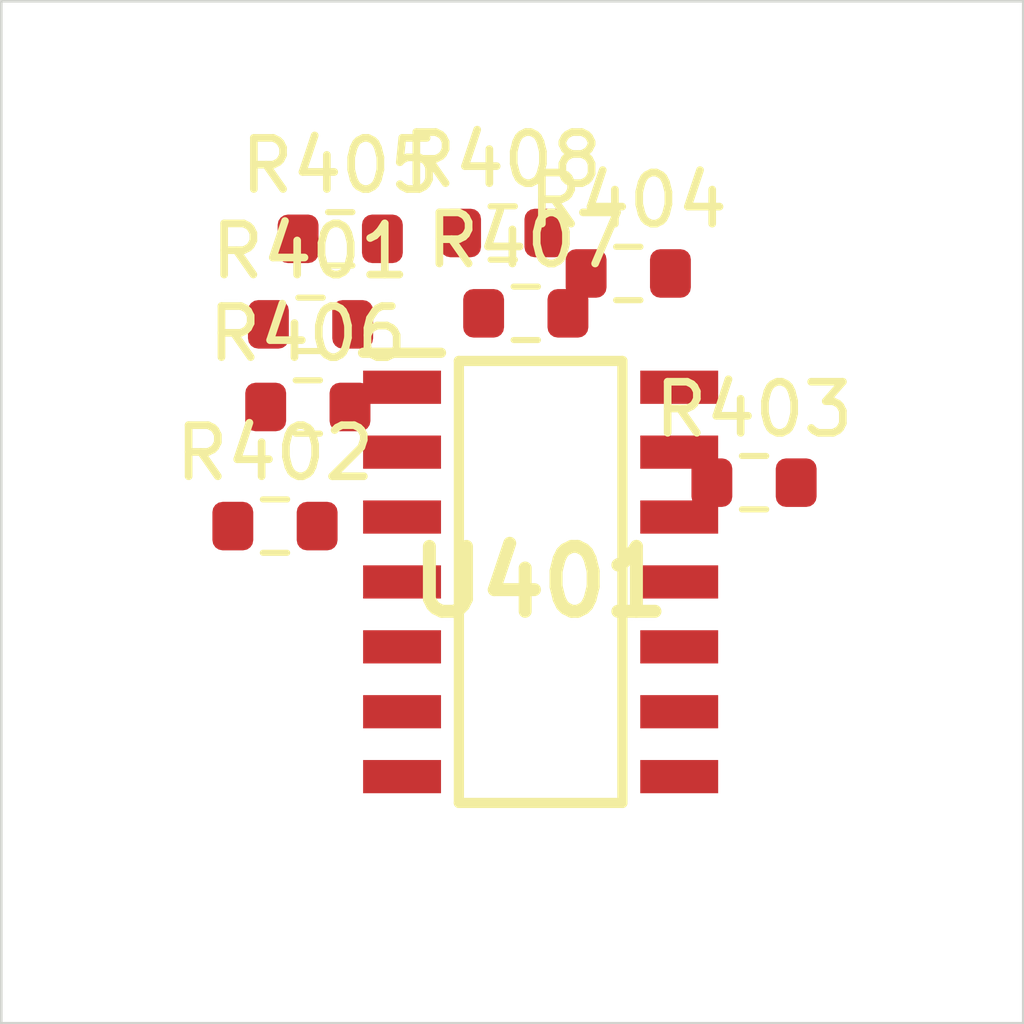
<source format=kicad_pcb>
 ( kicad_pcb  ( version 20171130 )
 ( host pcbnew 5.1.12-84ad8e8a86~92~ubuntu18.04.1 )
 ( general  ( thickness 1.6 )
 ( drawings 4 )
 ( tracks 0 )
 ( zones 0 )
 ( modules 9 )
 ( nets 14 )
)
 ( page A4 )
 ( layers  ( 0 F.Cu signal )
 ( 31 B.Cu signal )
 ( 32 B.Adhes user )
 ( 33 F.Adhes user )
 ( 34 B.Paste user )
 ( 35 F.Paste user )
 ( 36 B.SilkS user )
 ( 37 F.SilkS user )
 ( 38 B.Mask user )
 ( 39 F.Mask user )
 ( 40 Dwgs.User user )
 ( 41 Cmts.User user )
 ( 42 Eco1.User user )
 ( 43 Eco2.User user )
 ( 44 Edge.Cuts user )
 ( 45 Margin user )
 ( 46 B.CrtYd user )
 ( 47 F.CrtYd user )
 ( 48 B.Fab user )
 ( 49 F.Fab user )
)
 ( setup  ( last_trace_width 0.25 )
 ( trace_clearance 0.2 )
 ( zone_clearance 0.508 )
 ( zone_45_only no )
 ( trace_min 0.2 )
 ( via_size 0.8 )
 ( via_drill 0.4 )
 ( via_min_size 0.4 )
 ( via_min_drill 0.3 )
 ( uvia_size 0.3 )
 ( uvia_drill 0.1 )
 ( uvias_allowed no )
 ( uvia_min_size 0.2 )
 ( uvia_min_drill 0.1 )
 ( edge_width 0.05 )
 ( segment_width 0.2 )
 ( pcb_text_width 0.3 )
 ( pcb_text_size 1.5 1.5 )
 ( mod_edge_width 0.12 )
 ( mod_text_size 1 1 )
 ( mod_text_width 0.15 )
 ( pad_size 1.524 1.524 )
 ( pad_drill 0.762 )
 ( pad_to_mask_clearance 0 )
 ( aux_axis_origin 0 0 )
 ( visible_elements FFFFFF7F )
 ( pcbplotparams  ( layerselection 0x010fc_ffffffff )
 ( usegerberextensions false )
 ( usegerberattributes true )
 ( usegerberadvancedattributes true )
 ( creategerberjobfile true )
 ( excludeedgelayer true )
 ( linewidth 0.100000 )
 ( plotframeref false )
 ( viasonmask false )
 ( mode 1 )
 ( useauxorigin false )
 ( hpglpennumber 1 )
 ( hpglpenspeed 20 )
 ( hpglpendiameter 15.000000 )
 ( psnegative false )
 ( psa4output false )
 ( plotreference true )
 ( plotvalue true )
 ( plotinvisibletext false )
 ( padsonsilk false )
 ( subtractmaskfromsilk false )
 ( outputformat 1 )
 ( mirror false )
 ( drillshape 1 )
 ( scaleselection 1 )
 ( outputdirectory "" )
)
)
 ( net 0 "" )
 ( net 1 /Sheet6235D886/vp )
 ( net 2 /Sheet6248AD22/chn0 )
 ( net 3 /Sheet6248AD22/chn1 )
 ( net 4 /Sheet6248AD22/chn2 )
 ( net 5 /Sheet6248AD22/chn3 )
 ( net 6 "Net-(R401-Pad2)" )
 ( net 7 "Net-(R402-Pad2)" )
 ( net 8 "Net-(R403-Pad2)" )
 ( net 9 "Net-(R404-Pad2)" )
 ( net 10 /Sheet6248AD22/chn0_n )
 ( net 11 /Sheet6248AD22/chn1_n )
 ( net 12 /Sheet6248AD22/chn2_n )
 ( net 13 /Sheet6248AD22/chn3_n )
 ( net_class Default "This is the default net class."  ( clearance 0.2 )
 ( trace_width 0.25 )
 ( via_dia 0.8 )
 ( via_drill 0.4 )
 ( uvia_dia 0.3 )
 ( uvia_drill 0.1 )
 ( add_net /Sheet6235D886/vp )
 ( add_net /Sheet6248AD22/chn0 )
 ( add_net /Sheet6248AD22/chn0_n )
 ( add_net /Sheet6248AD22/chn1 )
 ( add_net /Sheet6248AD22/chn1_n )
 ( add_net /Sheet6248AD22/chn2 )
 ( add_net /Sheet6248AD22/chn2_n )
 ( add_net /Sheet6248AD22/chn3 )
 ( add_net /Sheet6248AD22/chn3_n )
 ( add_net "Net-(R401-Pad2)" )
 ( add_net "Net-(R402-Pad2)" )
 ( add_net "Net-(R403-Pad2)" )
 ( add_net "Net-(R404-Pad2)" )
)
 ( module Resistor_SMD:R_0603_1608Metric  ( layer F.Cu )
 ( tedit 5F68FEEE )
 ( tstamp 623425C8 )
 ( at 86.052600 106.323000 )
 ( descr "Resistor SMD 0603 (1608 Metric), square (rectangular) end terminal, IPC_7351 nominal, (Body size source: IPC-SM-782 page 72, https://www.pcb-3d.com/wordpress/wp-content/uploads/ipc-sm-782a_amendment_1_and_2.pdf), generated with kicad-footprint-generator" )
 ( tags resistor )
 ( path /6248AD23/6249ADFD )
 ( attr smd )
 ( fp_text reference R401  ( at 0 -1.43 )
 ( layer F.SilkS )
 ( effects  ( font  ( size 1 1 )
 ( thickness 0.15 )
)
)
)
 ( fp_text value 10M  ( at 0 1.43 )
 ( layer F.Fab )
 ( effects  ( font  ( size 1 1 )
 ( thickness 0.15 )
)
)
)
 ( fp_line  ( start -0.8 0.4125 )
 ( end -0.8 -0.4125 )
 ( layer F.Fab )
 ( width 0.1 )
)
 ( fp_line  ( start -0.8 -0.4125 )
 ( end 0.8 -0.4125 )
 ( layer F.Fab )
 ( width 0.1 )
)
 ( fp_line  ( start 0.8 -0.4125 )
 ( end 0.8 0.4125 )
 ( layer F.Fab )
 ( width 0.1 )
)
 ( fp_line  ( start 0.8 0.4125 )
 ( end -0.8 0.4125 )
 ( layer F.Fab )
 ( width 0.1 )
)
 ( fp_line  ( start -0.237258 -0.5225 )
 ( end 0.237258 -0.5225 )
 ( layer F.SilkS )
 ( width 0.12 )
)
 ( fp_line  ( start -0.237258 0.5225 )
 ( end 0.237258 0.5225 )
 ( layer F.SilkS )
 ( width 0.12 )
)
 ( fp_line  ( start -1.48 0.73 )
 ( end -1.48 -0.73 )
 ( layer F.CrtYd )
 ( width 0.05 )
)
 ( fp_line  ( start -1.48 -0.73 )
 ( end 1.48 -0.73 )
 ( layer F.CrtYd )
 ( width 0.05 )
)
 ( fp_line  ( start 1.48 -0.73 )
 ( end 1.48 0.73 )
 ( layer F.CrtYd )
 ( width 0.05 )
)
 ( fp_line  ( start 1.48 0.73 )
 ( end -1.48 0.73 )
 ( layer F.CrtYd )
 ( width 0.05 )
)
 ( fp_text user %R  ( at 0 0 )
 ( layer F.Fab )
 ( effects  ( font  ( size 0.4 0.4 )
 ( thickness 0.06 )
)
)
)
 ( pad 2 smd roundrect  ( at 0.825 0 )
 ( size 0.8 0.95 )
 ( layers F.Cu F.Mask F.Paste )
 ( roundrect_rratio 0.25 )
 ( net 6 "Net-(R401-Pad2)" )
)
 ( pad 1 smd roundrect  ( at -0.825 0 )
 ( size 0.8 0.95 )
 ( layers F.Cu F.Mask F.Paste )
 ( roundrect_rratio 0.25 )
 ( net 10 /Sheet6248AD22/chn0_n )
)
 ( model ${KISYS3DMOD}/Resistor_SMD.3dshapes/R_0603_1608Metric.wrl  ( at  ( xyz 0 0 0 )
)
 ( scale  ( xyz 1 1 1 )
)
 ( rotate  ( xyz 0 0 0 )
)
)
)
 ( module Resistor_SMD:R_0603_1608Metric  ( layer F.Cu )
 ( tedit 5F68FEEE )
 ( tstamp 623425D9 )
 ( at 85.356800 110.271000 )
 ( descr "Resistor SMD 0603 (1608 Metric), square (rectangular) end terminal, IPC_7351 nominal, (Body size source: IPC-SM-782 page 72, https://www.pcb-3d.com/wordpress/wp-content/uploads/ipc-sm-782a_amendment_1_and_2.pdf), generated with kicad-footprint-generator" )
 ( tags resistor )
 ( path /6248AD23/6249B75E )
 ( attr smd )
 ( fp_text reference R402  ( at 0 -1.43 )
 ( layer F.SilkS )
 ( effects  ( font  ( size 1 1 )
 ( thickness 0.15 )
)
)
)
 ( fp_text value 10M  ( at 0 1.43 )
 ( layer F.Fab )
 ( effects  ( font  ( size 1 1 )
 ( thickness 0.15 )
)
)
)
 ( fp_line  ( start 1.48 0.73 )
 ( end -1.48 0.73 )
 ( layer F.CrtYd )
 ( width 0.05 )
)
 ( fp_line  ( start 1.48 -0.73 )
 ( end 1.48 0.73 )
 ( layer F.CrtYd )
 ( width 0.05 )
)
 ( fp_line  ( start -1.48 -0.73 )
 ( end 1.48 -0.73 )
 ( layer F.CrtYd )
 ( width 0.05 )
)
 ( fp_line  ( start -1.48 0.73 )
 ( end -1.48 -0.73 )
 ( layer F.CrtYd )
 ( width 0.05 )
)
 ( fp_line  ( start -0.237258 0.5225 )
 ( end 0.237258 0.5225 )
 ( layer F.SilkS )
 ( width 0.12 )
)
 ( fp_line  ( start -0.237258 -0.5225 )
 ( end 0.237258 -0.5225 )
 ( layer F.SilkS )
 ( width 0.12 )
)
 ( fp_line  ( start 0.8 0.4125 )
 ( end -0.8 0.4125 )
 ( layer F.Fab )
 ( width 0.1 )
)
 ( fp_line  ( start 0.8 -0.4125 )
 ( end 0.8 0.4125 )
 ( layer F.Fab )
 ( width 0.1 )
)
 ( fp_line  ( start -0.8 -0.4125 )
 ( end 0.8 -0.4125 )
 ( layer F.Fab )
 ( width 0.1 )
)
 ( fp_line  ( start -0.8 0.4125 )
 ( end -0.8 -0.4125 )
 ( layer F.Fab )
 ( width 0.1 )
)
 ( fp_text user %R  ( at 0 0 )
 ( layer F.Fab )
 ( effects  ( font  ( size 0.4 0.4 )
 ( thickness 0.06 )
)
)
)
 ( pad 1 smd roundrect  ( at -0.825 0 )
 ( size 0.8 0.95 )
 ( layers F.Cu F.Mask F.Paste )
 ( roundrect_rratio 0.25 )
 ( net 11 /Sheet6248AD22/chn1_n )
)
 ( pad 2 smd roundrect  ( at 0.825 0 )
 ( size 0.8 0.95 )
 ( layers F.Cu F.Mask F.Paste )
 ( roundrect_rratio 0.25 )
 ( net 7 "Net-(R402-Pad2)" )
)
 ( model ${KISYS3DMOD}/Resistor_SMD.3dshapes/R_0603_1608Metric.wrl  ( at  ( xyz 0 0 0 )
)
 ( scale  ( xyz 1 1 1 )
)
 ( rotate  ( xyz 0 0 0 )
)
)
)
 ( module Resistor_SMD:R_0603_1608Metric  ( layer F.Cu )
 ( tedit 5F68FEEE )
 ( tstamp 623425EA )
 ( at 94.732000 109.421000 )
 ( descr "Resistor SMD 0603 (1608 Metric), square (rectangular) end terminal, IPC_7351 nominal, (Body size source: IPC-SM-782 page 72, https://www.pcb-3d.com/wordpress/wp-content/uploads/ipc-sm-782a_amendment_1_and_2.pdf), generated with kicad-footprint-generator" )
 ( tags resistor )
 ( path /6248AD23/6249FB7A )
 ( attr smd )
 ( fp_text reference R403  ( at 0 -1.43 )
 ( layer F.SilkS )
 ( effects  ( font  ( size 1 1 )
 ( thickness 0.15 )
)
)
)
 ( fp_text value 10M  ( at 0 1.43 )
 ( layer F.Fab )
 ( effects  ( font  ( size 1 1 )
 ( thickness 0.15 )
)
)
)
 ( fp_line  ( start 1.48 0.73 )
 ( end -1.48 0.73 )
 ( layer F.CrtYd )
 ( width 0.05 )
)
 ( fp_line  ( start 1.48 -0.73 )
 ( end 1.48 0.73 )
 ( layer F.CrtYd )
 ( width 0.05 )
)
 ( fp_line  ( start -1.48 -0.73 )
 ( end 1.48 -0.73 )
 ( layer F.CrtYd )
 ( width 0.05 )
)
 ( fp_line  ( start -1.48 0.73 )
 ( end -1.48 -0.73 )
 ( layer F.CrtYd )
 ( width 0.05 )
)
 ( fp_line  ( start -0.237258 0.5225 )
 ( end 0.237258 0.5225 )
 ( layer F.SilkS )
 ( width 0.12 )
)
 ( fp_line  ( start -0.237258 -0.5225 )
 ( end 0.237258 -0.5225 )
 ( layer F.SilkS )
 ( width 0.12 )
)
 ( fp_line  ( start 0.8 0.4125 )
 ( end -0.8 0.4125 )
 ( layer F.Fab )
 ( width 0.1 )
)
 ( fp_line  ( start 0.8 -0.4125 )
 ( end 0.8 0.4125 )
 ( layer F.Fab )
 ( width 0.1 )
)
 ( fp_line  ( start -0.8 -0.4125 )
 ( end 0.8 -0.4125 )
 ( layer F.Fab )
 ( width 0.1 )
)
 ( fp_line  ( start -0.8 0.4125 )
 ( end -0.8 -0.4125 )
 ( layer F.Fab )
 ( width 0.1 )
)
 ( fp_text user %R  ( at 0 0 )
 ( layer F.Fab )
 ( effects  ( font  ( size 0.4 0.4 )
 ( thickness 0.06 )
)
)
)
 ( pad 1 smd roundrect  ( at -0.825 0 )
 ( size 0.8 0.95 )
 ( layers F.Cu F.Mask F.Paste )
 ( roundrect_rratio 0.25 )
 ( net 12 /Sheet6248AD22/chn2_n )
)
 ( pad 2 smd roundrect  ( at 0.825 0 )
 ( size 0.8 0.95 )
 ( layers F.Cu F.Mask F.Paste )
 ( roundrect_rratio 0.25 )
 ( net 8 "Net-(R403-Pad2)" )
)
 ( model ${KISYS3DMOD}/Resistor_SMD.3dshapes/R_0603_1608Metric.wrl  ( at  ( xyz 0 0 0 )
)
 ( scale  ( xyz 1 1 1 )
)
 ( rotate  ( xyz 0 0 0 )
)
)
)
 ( module Resistor_SMD:R_0603_1608Metric  ( layer F.Cu )
 ( tedit 5F68FEEE )
 ( tstamp 623425FB )
 ( at 92.270800 105.327000 )
 ( descr "Resistor SMD 0603 (1608 Metric), square (rectangular) end terminal, IPC_7351 nominal, (Body size source: IPC-SM-782 page 72, https://www.pcb-3d.com/wordpress/wp-content/uploads/ipc-sm-782a_amendment_1_and_2.pdf), generated with kicad-footprint-generator" )
 ( tags resistor )
 ( path /6248AD23/6249FB74 )
 ( attr smd )
 ( fp_text reference R404  ( at 0 -1.43 )
 ( layer F.SilkS )
 ( effects  ( font  ( size 1 1 )
 ( thickness 0.15 )
)
)
)
 ( fp_text value 10M  ( at 0 1.43 )
 ( layer F.Fab )
 ( effects  ( font  ( size 1 1 )
 ( thickness 0.15 )
)
)
)
 ( fp_line  ( start -0.8 0.4125 )
 ( end -0.8 -0.4125 )
 ( layer F.Fab )
 ( width 0.1 )
)
 ( fp_line  ( start -0.8 -0.4125 )
 ( end 0.8 -0.4125 )
 ( layer F.Fab )
 ( width 0.1 )
)
 ( fp_line  ( start 0.8 -0.4125 )
 ( end 0.8 0.4125 )
 ( layer F.Fab )
 ( width 0.1 )
)
 ( fp_line  ( start 0.8 0.4125 )
 ( end -0.8 0.4125 )
 ( layer F.Fab )
 ( width 0.1 )
)
 ( fp_line  ( start -0.237258 -0.5225 )
 ( end 0.237258 -0.5225 )
 ( layer F.SilkS )
 ( width 0.12 )
)
 ( fp_line  ( start -0.237258 0.5225 )
 ( end 0.237258 0.5225 )
 ( layer F.SilkS )
 ( width 0.12 )
)
 ( fp_line  ( start -1.48 0.73 )
 ( end -1.48 -0.73 )
 ( layer F.CrtYd )
 ( width 0.05 )
)
 ( fp_line  ( start -1.48 -0.73 )
 ( end 1.48 -0.73 )
 ( layer F.CrtYd )
 ( width 0.05 )
)
 ( fp_line  ( start 1.48 -0.73 )
 ( end 1.48 0.73 )
 ( layer F.CrtYd )
 ( width 0.05 )
)
 ( fp_line  ( start 1.48 0.73 )
 ( end -1.48 0.73 )
 ( layer F.CrtYd )
 ( width 0.05 )
)
 ( fp_text user %R  ( at 0 0 )
 ( layer F.Fab )
 ( effects  ( font  ( size 0.4 0.4 )
 ( thickness 0.06 )
)
)
)
 ( pad 2 smd roundrect  ( at 0.825 0 )
 ( size 0.8 0.95 )
 ( layers F.Cu F.Mask F.Paste )
 ( roundrect_rratio 0.25 )
 ( net 9 "Net-(R404-Pad2)" )
)
 ( pad 1 smd roundrect  ( at -0.825 0 )
 ( size 0.8 0.95 )
 ( layers F.Cu F.Mask F.Paste )
 ( roundrect_rratio 0.25 )
 ( net 13 /Sheet6248AD22/chn3_n )
)
 ( model ${KISYS3DMOD}/Resistor_SMD.3dshapes/R_0603_1608Metric.wrl  ( at  ( xyz 0 0 0 )
)
 ( scale  ( xyz 1 1 1 )
)
 ( rotate  ( xyz 0 0 0 )
)
)
)
 ( module Resistor_SMD:R_0603_1608Metric  ( layer F.Cu )
 ( tedit 5F68FEEE )
 ( tstamp 6234260C )
 ( at 86.633700 104.649000 )
 ( descr "Resistor SMD 0603 (1608 Metric), square (rectangular) end terminal, IPC_7351 nominal, (Body size source: IPC-SM-782 page 72, https://www.pcb-3d.com/wordpress/wp-content/uploads/ipc-sm-782a_amendment_1_and_2.pdf), generated with kicad-footprint-generator" )
 ( tags resistor )
 ( path /6248AD23/62497F62 )
 ( attr smd )
 ( fp_text reference R405  ( at 0 -1.43 )
 ( layer F.SilkS )
 ( effects  ( font  ( size 1 1 )
 ( thickness 0.15 )
)
)
)
 ( fp_text value 750k  ( at 0 1.43 )
 ( layer F.Fab )
 ( effects  ( font  ( size 1 1 )
 ( thickness 0.15 )
)
)
)
 ( fp_line  ( start -0.8 0.4125 )
 ( end -0.8 -0.4125 )
 ( layer F.Fab )
 ( width 0.1 )
)
 ( fp_line  ( start -0.8 -0.4125 )
 ( end 0.8 -0.4125 )
 ( layer F.Fab )
 ( width 0.1 )
)
 ( fp_line  ( start 0.8 -0.4125 )
 ( end 0.8 0.4125 )
 ( layer F.Fab )
 ( width 0.1 )
)
 ( fp_line  ( start 0.8 0.4125 )
 ( end -0.8 0.4125 )
 ( layer F.Fab )
 ( width 0.1 )
)
 ( fp_line  ( start -0.237258 -0.5225 )
 ( end 0.237258 -0.5225 )
 ( layer F.SilkS )
 ( width 0.12 )
)
 ( fp_line  ( start -0.237258 0.5225 )
 ( end 0.237258 0.5225 )
 ( layer F.SilkS )
 ( width 0.12 )
)
 ( fp_line  ( start -1.48 0.73 )
 ( end -1.48 -0.73 )
 ( layer F.CrtYd )
 ( width 0.05 )
)
 ( fp_line  ( start -1.48 -0.73 )
 ( end 1.48 -0.73 )
 ( layer F.CrtYd )
 ( width 0.05 )
)
 ( fp_line  ( start 1.48 -0.73 )
 ( end 1.48 0.73 )
 ( layer F.CrtYd )
 ( width 0.05 )
)
 ( fp_line  ( start 1.48 0.73 )
 ( end -1.48 0.73 )
 ( layer F.CrtYd )
 ( width 0.05 )
)
 ( fp_text user %R  ( at 0 0 )
 ( layer F.Fab )
 ( effects  ( font  ( size 0.4 0.4 )
 ( thickness 0.06 )
)
)
)
 ( pad 2 smd roundrect  ( at 0.825 0 )
 ( size 0.8 0.95 )
 ( layers F.Cu F.Mask F.Paste )
 ( roundrect_rratio 0.25 )
 ( net 6 "Net-(R401-Pad2)" )
)
 ( pad 1 smd roundrect  ( at -0.825 0 )
 ( size 0.8 0.95 )
 ( layers F.Cu F.Mask F.Paste )
 ( roundrect_rratio 0.25 )
 ( net 1 /Sheet6235D886/vp )
)
 ( model ${KISYS3DMOD}/Resistor_SMD.3dshapes/R_0603_1608Metric.wrl  ( at  ( xyz 0 0 0 )
)
 ( scale  ( xyz 1 1 1 )
)
 ( rotate  ( xyz 0 0 0 )
)
)
)
 ( module Resistor_SMD:R_0603_1608Metric  ( layer F.Cu )
 ( tedit 5F68FEEE )
 ( tstamp 6234261D )
 ( at 85.999900 107.940000 )
 ( descr "Resistor SMD 0603 (1608 Metric), square (rectangular) end terminal, IPC_7351 nominal, (Body size source: IPC-SM-782 page 72, https://www.pcb-3d.com/wordpress/wp-content/uploads/ipc-sm-782a_amendment_1_and_2.pdf), generated with kicad-footprint-generator" )
 ( tags resistor )
 ( path /6248AD23/62499098 )
 ( attr smd )
 ( fp_text reference R406  ( at 0 -1.43 )
 ( layer F.SilkS )
 ( effects  ( font  ( size 1 1 )
 ( thickness 0.15 )
)
)
)
 ( fp_text value 750k  ( at 0 1.43 )
 ( layer F.Fab )
 ( effects  ( font  ( size 1 1 )
 ( thickness 0.15 )
)
)
)
 ( fp_line  ( start 1.48 0.73 )
 ( end -1.48 0.73 )
 ( layer F.CrtYd )
 ( width 0.05 )
)
 ( fp_line  ( start 1.48 -0.73 )
 ( end 1.48 0.73 )
 ( layer F.CrtYd )
 ( width 0.05 )
)
 ( fp_line  ( start -1.48 -0.73 )
 ( end 1.48 -0.73 )
 ( layer F.CrtYd )
 ( width 0.05 )
)
 ( fp_line  ( start -1.48 0.73 )
 ( end -1.48 -0.73 )
 ( layer F.CrtYd )
 ( width 0.05 )
)
 ( fp_line  ( start -0.237258 0.5225 )
 ( end 0.237258 0.5225 )
 ( layer F.SilkS )
 ( width 0.12 )
)
 ( fp_line  ( start -0.237258 -0.5225 )
 ( end 0.237258 -0.5225 )
 ( layer F.SilkS )
 ( width 0.12 )
)
 ( fp_line  ( start 0.8 0.4125 )
 ( end -0.8 0.4125 )
 ( layer F.Fab )
 ( width 0.1 )
)
 ( fp_line  ( start 0.8 -0.4125 )
 ( end 0.8 0.4125 )
 ( layer F.Fab )
 ( width 0.1 )
)
 ( fp_line  ( start -0.8 -0.4125 )
 ( end 0.8 -0.4125 )
 ( layer F.Fab )
 ( width 0.1 )
)
 ( fp_line  ( start -0.8 0.4125 )
 ( end -0.8 -0.4125 )
 ( layer F.Fab )
 ( width 0.1 )
)
 ( fp_text user %R  ( at 0 0 )
 ( layer F.Fab )
 ( effects  ( font  ( size 0.4 0.4 )
 ( thickness 0.06 )
)
)
)
 ( pad 1 smd roundrect  ( at -0.825 0 )
 ( size 0.8 0.95 )
 ( layers F.Cu F.Mask F.Paste )
 ( roundrect_rratio 0.25 )
 ( net 1 /Sheet6235D886/vp )
)
 ( pad 2 smd roundrect  ( at 0.825 0 )
 ( size 0.8 0.95 )
 ( layers F.Cu F.Mask F.Paste )
 ( roundrect_rratio 0.25 )
 ( net 7 "Net-(R402-Pad2)" )
)
 ( model ${KISYS3DMOD}/Resistor_SMD.3dshapes/R_0603_1608Metric.wrl  ( at  ( xyz 0 0 0 )
)
 ( scale  ( xyz 1 1 1 )
)
 ( rotate  ( xyz 0 0 0 )
)
)
)
 ( module Resistor_SMD:R_0603_1608Metric  ( layer F.Cu )
 ( tedit 5F68FEEE )
 ( tstamp 6234262E )
 ( at 90.264900 106.107000 )
 ( descr "Resistor SMD 0603 (1608 Metric), square (rectangular) end terminal, IPC_7351 nominal, (Body size source: IPC-SM-782 page 72, https://www.pcb-3d.com/wordpress/wp-content/uploads/ipc-sm-782a_amendment_1_and_2.pdf), generated with kicad-footprint-generator" )
 ( tags resistor )
 ( path /6248AD23/624A0FFB )
 ( attr smd )
 ( fp_text reference R407  ( at 0 -1.43 )
 ( layer F.SilkS )
 ( effects  ( font  ( size 1 1 )
 ( thickness 0.15 )
)
)
)
 ( fp_text value 1.5M  ( at 0 1.43 )
 ( layer F.Fab )
 ( effects  ( font  ( size 1 1 )
 ( thickness 0.15 )
)
)
)
 ( fp_line  ( start 1.48 0.73 )
 ( end -1.48 0.73 )
 ( layer F.CrtYd )
 ( width 0.05 )
)
 ( fp_line  ( start 1.48 -0.73 )
 ( end 1.48 0.73 )
 ( layer F.CrtYd )
 ( width 0.05 )
)
 ( fp_line  ( start -1.48 -0.73 )
 ( end 1.48 -0.73 )
 ( layer F.CrtYd )
 ( width 0.05 )
)
 ( fp_line  ( start -1.48 0.73 )
 ( end -1.48 -0.73 )
 ( layer F.CrtYd )
 ( width 0.05 )
)
 ( fp_line  ( start -0.237258 0.5225 )
 ( end 0.237258 0.5225 )
 ( layer F.SilkS )
 ( width 0.12 )
)
 ( fp_line  ( start -0.237258 -0.5225 )
 ( end 0.237258 -0.5225 )
 ( layer F.SilkS )
 ( width 0.12 )
)
 ( fp_line  ( start 0.8 0.4125 )
 ( end -0.8 0.4125 )
 ( layer F.Fab )
 ( width 0.1 )
)
 ( fp_line  ( start 0.8 -0.4125 )
 ( end 0.8 0.4125 )
 ( layer F.Fab )
 ( width 0.1 )
)
 ( fp_line  ( start -0.8 -0.4125 )
 ( end 0.8 -0.4125 )
 ( layer F.Fab )
 ( width 0.1 )
)
 ( fp_line  ( start -0.8 0.4125 )
 ( end -0.8 -0.4125 )
 ( layer F.Fab )
 ( width 0.1 )
)
 ( fp_text user %R  ( at 0 0 )
 ( layer F.Fab )
 ( effects  ( font  ( size 0.4 0.4 )
 ( thickness 0.06 )
)
)
)
 ( pad 1 smd roundrect  ( at -0.825 0 )
 ( size 0.8 0.95 )
 ( layers F.Cu F.Mask F.Paste )
 ( roundrect_rratio 0.25 )
 ( net 1 /Sheet6235D886/vp )
)
 ( pad 2 smd roundrect  ( at 0.825 0 )
 ( size 0.8 0.95 )
 ( layers F.Cu F.Mask F.Paste )
 ( roundrect_rratio 0.25 )
 ( net 8 "Net-(R403-Pad2)" )
)
 ( model ${KISYS3DMOD}/Resistor_SMD.3dshapes/R_0603_1608Metric.wrl  ( at  ( xyz 0 0 0 )
)
 ( scale  ( xyz 1 1 1 )
)
 ( rotate  ( xyz 0 0 0 )
)
)
)
 ( module Resistor_SMD:R_0603_1608Metric  ( layer F.Cu )
 ( tedit 5F68FEEE )
 ( tstamp 6234263F )
 ( at 89.814200 104.535000 )
 ( descr "Resistor SMD 0603 (1608 Metric), square (rectangular) end terminal, IPC_7351 nominal, (Body size source: IPC-SM-782 page 72, https://www.pcb-3d.com/wordpress/wp-content/uploads/ipc-sm-782a_amendment_1_and_2.pdf), generated with kicad-footprint-generator" )
 ( tags resistor )
 ( path /6248AD23/624A093C )
 ( attr smd )
 ( fp_text reference R408  ( at 0 -1.43 )
 ( layer F.SilkS )
 ( effects  ( font  ( size 1 1 )
 ( thickness 0.15 )
)
)
)
 ( fp_text value 1.5M  ( at 0 1.43 )
 ( layer F.Fab )
 ( effects  ( font  ( size 1 1 )
 ( thickness 0.15 )
)
)
)
 ( fp_line  ( start -0.8 0.4125 )
 ( end -0.8 -0.4125 )
 ( layer F.Fab )
 ( width 0.1 )
)
 ( fp_line  ( start -0.8 -0.4125 )
 ( end 0.8 -0.4125 )
 ( layer F.Fab )
 ( width 0.1 )
)
 ( fp_line  ( start 0.8 -0.4125 )
 ( end 0.8 0.4125 )
 ( layer F.Fab )
 ( width 0.1 )
)
 ( fp_line  ( start 0.8 0.4125 )
 ( end -0.8 0.4125 )
 ( layer F.Fab )
 ( width 0.1 )
)
 ( fp_line  ( start -0.237258 -0.5225 )
 ( end 0.237258 -0.5225 )
 ( layer F.SilkS )
 ( width 0.12 )
)
 ( fp_line  ( start -0.237258 0.5225 )
 ( end 0.237258 0.5225 )
 ( layer F.SilkS )
 ( width 0.12 )
)
 ( fp_line  ( start -1.48 0.73 )
 ( end -1.48 -0.73 )
 ( layer F.CrtYd )
 ( width 0.05 )
)
 ( fp_line  ( start -1.48 -0.73 )
 ( end 1.48 -0.73 )
 ( layer F.CrtYd )
 ( width 0.05 )
)
 ( fp_line  ( start 1.48 -0.73 )
 ( end 1.48 0.73 )
 ( layer F.CrtYd )
 ( width 0.05 )
)
 ( fp_line  ( start 1.48 0.73 )
 ( end -1.48 0.73 )
 ( layer F.CrtYd )
 ( width 0.05 )
)
 ( fp_text user %R  ( at 0 0 )
 ( layer F.Fab )
 ( effects  ( font  ( size 0.4 0.4 )
 ( thickness 0.06 )
)
)
)
 ( pad 2 smd roundrect  ( at 0.825 0 )
 ( size 0.8 0.95 )
 ( layers F.Cu F.Mask F.Paste )
 ( roundrect_rratio 0.25 )
 ( net 9 "Net-(R404-Pad2)" )
)
 ( pad 1 smd roundrect  ( at -0.825 0 )
 ( size 0.8 0.95 )
 ( layers F.Cu F.Mask F.Paste )
 ( roundrect_rratio 0.25 )
 ( net 1 /Sheet6235D886/vp )
)
 ( model ${KISYS3DMOD}/Resistor_SMD.3dshapes/R_0603_1608Metric.wrl  ( at  ( xyz 0 0 0 )
)
 ( scale  ( xyz 1 1 1 )
)
 ( rotate  ( xyz 0 0 0 )
)
)
)
 ( module TL074HIDR:SOIC127P600X175-14N locked  ( layer F.Cu )
 ( tedit 62336F37 )
 ( tstamp 62342709 )
 ( at 90.555600 111.364000 )
 ( descr "D (-R-PDSO-G14)" )
 ( tags "Integrated Circuit" )
 ( path /6248AD23/624976B2 )
 ( attr smd )
 ( fp_text reference U401  ( at 0 0 )
 ( layer F.SilkS )
 ( effects  ( font  ( size 1.27 1.27 )
 ( thickness 0.254 )
)
)
)
 ( fp_text value TL074  ( at 0 0 )
 ( layer F.SilkS )
hide  ( effects  ( font  ( size 1.27 1.27 )
 ( thickness 0.254 )
)
)
)
 ( fp_line  ( start -3.725 -4.625 )
 ( end 3.725 -4.625 )
 ( layer Dwgs.User )
 ( width 0.05 )
)
 ( fp_line  ( start 3.725 -4.625 )
 ( end 3.725 4.625 )
 ( layer Dwgs.User )
 ( width 0.05 )
)
 ( fp_line  ( start 3.725 4.625 )
 ( end -3.725 4.625 )
 ( layer Dwgs.User )
 ( width 0.05 )
)
 ( fp_line  ( start -3.725 4.625 )
 ( end -3.725 -4.625 )
 ( layer Dwgs.User )
 ( width 0.05 )
)
 ( fp_line  ( start -1.95 -4.325 )
 ( end 1.95 -4.325 )
 ( layer Dwgs.User )
 ( width 0.1 )
)
 ( fp_line  ( start 1.95 -4.325 )
 ( end 1.95 4.325 )
 ( layer Dwgs.User )
 ( width 0.1 )
)
 ( fp_line  ( start 1.95 4.325 )
 ( end -1.95 4.325 )
 ( layer Dwgs.User )
 ( width 0.1 )
)
 ( fp_line  ( start -1.95 4.325 )
 ( end -1.95 -4.325 )
 ( layer Dwgs.User )
 ( width 0.1 )
)
 ( fp_line  ( start -1.95 -3.055 )
 ( end -0.68 -4.325 )
 ( layer Dwgs.User )
 ( width 0.1 )
)
 ( fp_line  ( start -1.6 -4.325 )
 ( end 1.6 -4.325 )
 ( layer F.SilkS )
 ( width 0.2 )
)
 ( fp_line  ( start 1.6 -4.325 )
 ( end 1.6 4.325 )
 ( layer F.SilkS )
 ( width 0.2 )
)
 ( fp_line  ( start 1.6 4.325 )
 ( end -1.6 4.325 )
 ( layer F.SilkS )
 ( width 0.2 )
)
 ( fp_line  ( start -1.6 4.325 )
 ( end -1.6 -4.325 )
 ( layer F.SilkS )
 ( width 0.2 )
)
 ( fp_line  ( start -3.475 -4.485 )
 ( end -1.95 -4.485 )
 ( layer F.SilkS )
 ( width 0.2 )
)
 ( pad 1 smd rect  ( at -2.712 -3.81 90.000000 )
 ( size 0.65 1.525 )
 ( layers F.Cu F.Mask F.Paste )
 ( net 2 /Sheet6248AD22/chn0 )
)
 ( pad 2 smd rect  ( at -2.712 -2.54 90.000000 )
 ( size 0.65 1.525 )
 ( layers F.Cu F.Mask F.Paste )
 ( net 2 /Sheet6248AD22/chn0 )
)
 ( pad 3 smd rect  ( at -2.712 -1.27 90.000000 )
 ( size 0.65 1.525 )
 ( layers F.Cu F.Mask F.Paste )
 ( net 6 "Net-(R401-Pad2)" )
)
 ( pad 4 smd rect  ( at -2.712 0 90.000000 )
 ( size 0.65 1.525 )
 ( layers F.Cu F.Mask F.Paste )
)
 ( pad 5 smd rect  ( at -2.712 1.27 90.000000 )
 ( size 0.65 1.525 )
 ( layers F.Cu F.Mask F.Paste )
 ( net 7 "Net-(R402-Pad2)" )
)
 ( pad 6 smd rect  ( at -2.712 2.54 90.000000 )
 ( size 0.65 1.525 )
 ( layers F.Cu F.Mask F.Paste )
 ( net 3 /Sheet6248AD22/chn1 )
)
 ( pad 7 smd rect  ( at -2.712 3.81 90.000000 )
 ( size 0.65 1.525 )
 ( layers F.Cu F.Mask F.Paste )
 ( net 3 /Sheet6248AD22/chn1 )
)
 ( pad 8 smd rect  ( at 2.712 3.81 90.000000 )
 ( size 0.65 1.525 )
 ( layers F.Cu F.Mask F.Paste )
 ( net 4 /Sheet6248AD22/chn2 )
)
 ( pad 9 smd rect  ( at 2.712 2.54 90.000000 )
 ( size 0.65 1.525 )
 ( layers F.Cu F.Mask F.Paste )
 ( net 4 /Sheet6248AD22/chn2 )
)
 ( pad 10 smd rect  ( at 2.712 1.27 90.000000 )
 ( size 0.65 1.525 )
 ( layers F.Cu F.Mask F.Paste )
 ( net 8 "Net-(R403-Pad2)" )
)
 ( pad 11 smd rect  ( at 2.712 0 90.000000 )
 ( size 0.65 1.525 )
 ( layers F.Cu F.Mask F.Paste )
)
 ( pad 12 smd rect  ( at 2.712 -1.27 90.000000 )
 ( size 0.65 1.525 )
 ( layers F.Cu F.Mask F.Paste )
 ( net 9 "Net-(R404-Pad2)" )
)
 ( pad 13 smd rect  ( at 2.712 -2.54 90.000000 )
 ( size 0.65 1.525 )
 ( layers F.Cu F.Mask F.Paste )
 ( net 5 /Sheet6248AD22/chn3 )
)
 ( pad 14 smd rect  ( at 2.712 -3.81 90.000000 )
 ( size 0.65 1.525 )
 ( layers F.Cu F.Mask F.Paste )
 ( net 5 /Sheet6248AD22/chn3 )
)
)
 ( gr_line  ( start 100 100 )
 ( end 100 120 )
 ( layer Edge.Cuts )
 ( width 0.05 )
 ( tstamp 62E76D2A )
)
 ( gr_line  ( start 80 120 )
 ( end 100 120 )
 ( layer Edge.Cuts )
 ( width 0.05 )
 ( tstamp 62E76D27 )
)
 ( gr_line  ( start 80 100 )
 ( end 80 120 )
 ( layer Edge.Cuts )
 ( width 0.05 )
 ( tstamp 6234110C )
)
 ( gr_line  ( start 80 100 )
 ( end 100 100 )
 ( layer Edge.Cuts )
 ( width 0.05 )
)
)

</source>
